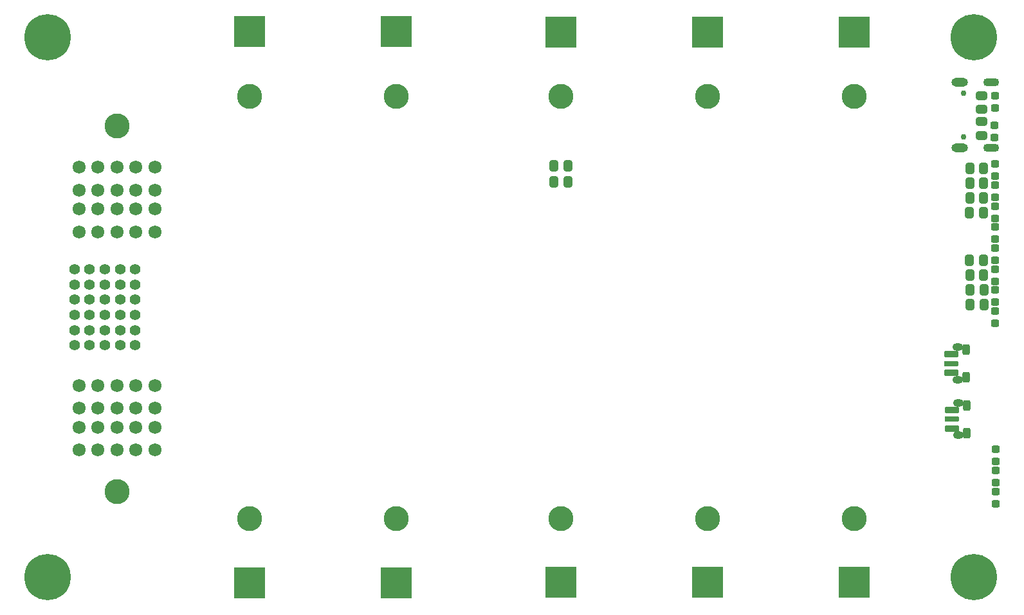
<source format=gbr>
%TF.GenerationSoftware,KiCad,Pcbnew,7.0.9-7.0.9~ubuntu23.04.1*%
%TF.CreationDate,2023-12-06T23:01:27+00:00*%
%TF.ProjectId,BATDATUNIT01,42415444-4154-4554-9e49-5430312e6b69,rev?*%
%TF.SameCoordinates,Original*%
%TF.FileFunction,Soldermask,Top*%
%TF.FilePolarity,Negative*%
%FSLAX46Y46*%
G04 Gerber Fmt 4.6, Leading zero omitted, Abs format (unit mm)*
G04 Created by KiCad (PCBNEW 7.0.9-7.0.9~ubuntu23.04.1) date 2023-12-06 23:01:27*
%MOMM*%
%LPD*%
G01*
G04 APERTURE LIST*
G04 Aperture macros list*
%AMRoundRect*
0 Rectangle with rounded corners*
0 $1 Rounding radius*
0 $2 $3 $4 $5 $6 $7 $8 $9 X,Y pos of 4 corners*
0 Add a 4 corners polygon primitive as box body*
4,1,4,$2,$3,$4,$5,$6,$7,$8,$9,$2,$3,0*
0 Add four circle primitives for the rounded corners*
1,1,$1+$1,$2,$3*
1,1,$1+$1,$4,$5*
1,1,$1+$1,$6,$7*
1,1,$1+$1,$8,$9*
0 Add four rect primitives between the rounded corners*
20,1,$1+$1,$2,$3,$4,$5,0*
20,1,$1+$1,$4,$5,$6,$7,0*
20,1,$1+$1,$6,$7,$8,$9,0*
20,1,$1+$1,$8,$9,$2,$3,0*%
G04 Aperture macros list end*
%ADD10RoundRect,0.300000X0.450000X-0.262500X0.450000X0.262500X-0.450000X0.262500X-0.450000X-0.262500X0*%
%ADD11C,3.300000*%
%ADD12RoundRect,0.050000X2.000000X-2.000000X2.000000X2.000000X-2.000000X2.000000X-2.000000X-2.000000X0*%
%ADD13RoundRect,0.300000X0.262500X0.450000X-0.262500X0.450000X-0.262500X-0.450000X0.262500X-0.450000X0*%
%ADD14RoundRect,0.300000X-0.250000X0.200000X-0.250000X-0.200000X0.250000X-0.200000X0.250000X0.200000X0*%
%ADD15RoundRect,0.300000X-0.262500X-0.450000X0.262500X-0.450000X0.262500X0.450000X-0.262500X0.450000X0*%
%ADD16C,6.100000*%
%ADD17RoundRect,0.200000X0.750000X-0.150000X0.750000X0.150000X-0.750000X0.150000X-0.750000X-0.150000X0*%
%ADD18RoundRect,0.237500X0.712500X-0.187500X0.712500X0.187500X-0.712500X0.187500X-0.712500X-0.187500X0*%
%ADD19O,1.400000X1.000000*%
%ADD20RoundRect,0.275000X0.225000X-0.425000X0.225000X0.425000X-0.225000X0.425000X-0.225000X-0.425000X0*%
%ADD21RoundRect,0.300000X-0.450000X0.262500X-0.450000X-0.262500X0.450000X-0.262500X0.450000X0.262500X0*%
%ADD22C,1.400000*%
%ADD23C,1.720000*%
%ADD24C,0.750000*%
%ADD25O,2.100000X1.100000*%
%ADD26O,2.200000X1.150000*%
G04 APERTURE END LIST*
D10*
%TO.C,R16*%
X132886000Y65551000D03*
X132886000Y67376000D03*
%TD*%
D11*
%TO.C,BT1*%
X36486000Y15116000D03*
X55786000Y15116000D03*
X36486000Y70736000D03*
X55786000Y70736000D03*
D12*
X36486000Y6626000D03*
X36486000Y79226000D03*
X55786000Y6626000D03*
X55786000Y79226000D03*
%TD*%
D13*
%TO.C,R67*%
X133111000Y57320388D03*
X131286000Y57320388D03*
%TD*%
%TO.C,R63*%
X133148500Y45245388D03*
X131323500Y45245388D03*
%TD*%
%TO.C,R69*%
X133111000Y61245388D03*
X131286000Y61245388D03*
%TD*%
D14*
%TO.C,D2*%
X134661000Y70826000D03*
X134661000Y69226000D03*
%TD*%
D15*
%TO.C,TH2*%
X76561000Y61526000D03*
X78386000Y61526000D03*
%TD*%
D16*
%TO.C,H2*%
X131826000Y78486000D03*
%TD*%
D17*
%TO.C,SW3*%
X128836000Y35526000D03*
D18*
X128836000Y34301000D03*
X128836000Y36751000D03*
D19*
X129736000Y33401000D03*
D20*
X130786000Y33676000D03*
X130786000Y37376000D03*
D19*
X129736000Y37651000D03*
%TD*%
D13*
%TO.C,TH1*%
X78386000Y59476000D03*
X76561000Y59476000D03*
%TD*%
%TO.C,R65*%
X133098500Y49145388D03*
X131273500Y49145388D03*
%TD*%
D14*
%TO.C,D4*%
X134711000Y18651000D03*
X134711000Y17051000D03*
%TD*%
%TO.C,D12*%
X134611000Y50728041D03*
X134611000Y49128041D03*
%TD*%
D16*
%TO.C,H1*%
X9906000Y78486000D03*
%TD*%
D11*
%TO.C,BT2*%
X77486000Y15121000D03*
X96786000Y15121000D03*
X116086000Y15121000D03*
X77486000Y70731000D03*
X96786000Y70731000D03*
X116086000Y70731000D03*
D12*
X77486000Y6676000D03*
X77486000Y79176000D03*
X96786000Y6676000D03*
X96786000Y79176000D03*
X116086000Y6676000D03*
X116086000Y79176000D03*
%TD*%
D14*
%TO.C,D16*%
X134611000Y61797430D03*
X134611000Y60197430D03*
%TD*%
D21*
%TO.C,R22*%
X132886000Y70813500D03*
X132886000Y68988500D03*
%TD*%
D14*
%TO.C,D1*%
X134561000Y66926000D03*
X134561000Y65326000D03*
%TD*%
%TO.C,D3*%
X134711000Y24201000D03*
X134711000Y22601000D03*
%TD*%
D16*
%TO.C,H4*%
X131826000Y7366000D03*
%TD*%
D14*
%TO.C,D14*%
X134611000Y56262735D03*
X134611000Y54662735D03*
%TD*%
D13*
%TO.C,R62*%
X133173500Y43295388D03*
X131348500Y43295388D03*
%TD*%
%TO.C,R68*%
X133111000Y59295388D03*
X131286000Y59295388D03*
%TD*%
D14*
%TO.C,D15*%
X134611000Y59030082D03*
X134611000Y57430082D03*
%TD*%
%TO.C,D9*%
X134611000Y42426000D03*
X134611000Y40826000D03*
%TD*%
%TO.C,D13*%
X134611000Y53495388D03*
X134611000Y51895388D03*
%TD*%
%TO.C,D11*%
X134611000Y47960694D03*
X134611000Y46360694D03*
%TD*%
D13*
%TO.C,R64*%
X133123500Y47195388D03*
X131298500Y47195388D03*
%TD*%
D16*
%TO.C,H3*%
X9906000Y7366000D03*
%TD*%
D14*
%TO.C,D5*%
X134711000Y21426000D03*
X134711000Y19826000D03*
%TD*%
D13*
%TO.C,R66*%
X133098500Y55395388D03*
X131273500Y55395388D03*
%TD*%
D11*
%TO.C,J4*%
X19036000Y66856000D03*
X19036000Y18646000D03*
D22*
X13436000Y37926000D03*
X13436000Y39926000D03*
X13436000Y41926000D03*
X13436000Y43926000D03*
X13436000Y45926000D03*
X13436000Y47926000D03*
X15436000Y37926000D03*
X15436000Y39926000D03*
X15436000Y41926000D03*
X15436000Y43926000D03*
X15436000Y45926000D03*
X15436000Y47926000D03*
X17436000Y37926000D03*
X17436000Y39926000D03*
X17436000Y41926000D03*
X17436000Y43926000D03*
X17436000Y45926000D03*
X17436000Y47926000D03*
X19436000Y37926000D03*
X19436000Y39926000D03*
X19436000Y41926000D03*
X19436000Y43926000D03*
X19436000Y45926000D03*
X19436000Y47926000D03*
X21436000Y37926000D03*
X21436000Y39926000D03*
X21436000Y41926000D03*
X21436000Y43926000D03*
X21436000Y45926000D03*
X21436000Y47926000D03*
D23*
X24036000Y27146000D03*
X21536000Y27146000D03*
X19036000Y27146000D03*
X16536000Y27146000D03*
X14036000Y27146000D03*
X24036000Y24146000D03*
X21536000Y24146000D03*
X19036000Y24146000D03*
X16536000Y24146000D03*
X14036000Y24146000D03*
X24036000Y32646000D03*
X21536000Y32646000D03*
X19036000Y32646000D03*
X16536000Y32646000D03*
X14036000Y32646000D03*
X24036000Y29646000D03*
X21536000Y29646000D03*
X19036000Y29646000D03*
X16536000Y29646000D03*
X14036000Y29646000D03*
X24036000Y55856000D03*
X21536000Y55856000D03*
X19036000Y55856000D03*
X16536000Y55856000D03*
X14036000Y55856000D03*
X24036000Y52856000D03*
X21536000Y52856000D03*
X19036000Y52856000D03*
X16536000Y52856000D03*
X14036000Y52856000D03*
X24036000Y61356000D03*
X21536000Y61356000D03*
X19036000Y61356000D03*
X16536000Y61356000D03*
X14036000Y61356000D03*
X24036000Y58356000D03*
X21536000Y58356000D03*
X19036000Y58356000D03*
X16536000Y58356000D03*
X14036000Y58356000D03*
%TD*%
D17*
%TO.C,SW1*%
X128936000Y28176000D03*
D18*
X128936000Y26951000D03*
X128936000Y29401000D03*
D19*
X129836000Y26051000D03*
D20*
X130886000Y26326000D03*
X130886000Y30026000D03*
D19*
X129836000Y30301000D03*
%TD*%
D14*
%TO.C,D10*%
X134611000Y45193347D03*
X134611000Y43593347D03*
%TD*%
D24*
%TO.C,J1*%
X130456000Y71146000D03*
X130456000Y65366000D03*
D25*
X134136000Y72576000D03*
X134136000Y63936000D03*
D26*
X129956000Y72576000D03*
X129956000Y63936000D03*
%TD*%
M02*

</source>
